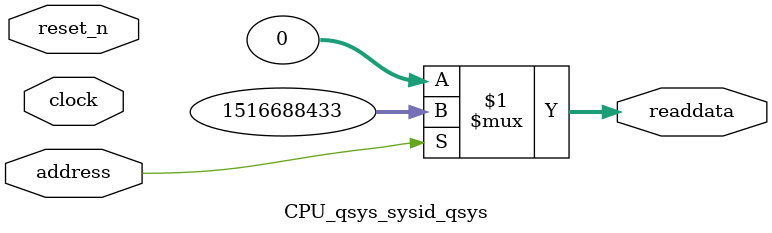
<source format=v>

`timescale 1ns / 1ps
// synthesis translate_on

// turn off superfluous verilog processor warnings 
// altera message_level Level1 
// altera message_off 10034 10035 10036 10037 10230 10240 10030 

module CPU_qsys_sysid_qsys (
               // inputs:
                address,
                clock,
                reset_n,

               // outputs:
                readdata
             )
;

  output  [ 31: 0] readdata;
  input            address;
  input            clock;
  input            reset_n;

  wire    [ 31: 0] readdata;
  //control_slave, which is an e_avalon_slave
  assign readdata = address ? 1516688433 : 0;

endmodule




</source>
